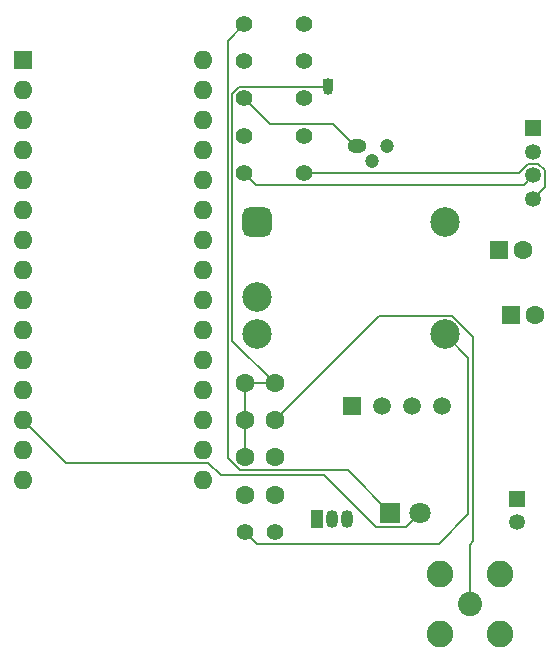
<source format=gbr>
%TF.GenerationSoftware,KiCad,Pcbnew,9.0.4*%
%TF.CreationDate,2026-01-27T05:13:48+01:00*%
%TF.ProjectId,weather station,77656174-6865-4722-9073-746174696f6e,rev?*%
%TF.SameCoordinates,Original*%
%TF.FileFunction,Copper,L3,Inr*%
%TF.FilePolarity,Positive*%
%FSLAX46Y46*%
G04 Gerber Fmt 4.6, Leading zero omitted, Abs format (unit mm)*
G04 Created by KiCad (PCBNEW 9.0.4) date 2026-01-27 05:13:48*
%MOMM*%
%LPD*%
G01*
G04 APERTURE LIST*
G04 Aperture macros list*
%AMRoundRect*
0 Rectangle with rounded corners*
0 $1 Rounding radius*
0 $2 $3 $4 $5 $6 $7 $8 $9 X,Y pos of 4 corners*
0 Add a 4 corners polygon primitive as box body*
4,1,4,$2,$3,$4,$5,$6,$7,$8,$9,$2,$3,0*
0 Add four circle primitives for the rounded corners*
1,1,$1+$1,$2,$3*
1,1,$1+$1,$4,$5*
1,1,$1+$1,$6,$7*
1,1,$1+$1,$8,$9*
0 Add four rect primitives between the rounded corners*
20,1,$1+$1,$2,$3,$4,$5,0*
20,1,$1+$1,$4,$5,$6,$7,0*
20,1,$1+$1,$6,$7,$8,$9,0*
20,1,$1+$1,$8,$9,$2,$3,0*%
G04 Aperture macros list end*
%TA.AperFunction,ComponentPad*%
%ADD10C,1.600000*%
%TD*%
%TA.AperFunction,ComponentPad*%
%ADD11C,1.400000*%
%TD*%
%TA.AperFunction,ComponentPad*%
%ADD12R,1.350000X1.350000*%
%TD*%
%TA.AperFunction,ComponentPad*%
%ADD13C,1.350000*%
%TD*%
%TA.AperFunction,ComponentPad*%
%ADD14R,1.050000X1.500000*%
%TD*%
%TA.AperFunction,ComponentPad*%
%ADD15O,1.050000X1.500000*%
%TD*%
%TA.AperFunction,ComponentPad*%
%ADD16R,1.600000X1.600000*%
%TD*%
%TA.AperFunction,ComponentPad*%
%ADD17O,1.600000X1.600000*%
%TD*%
%TA.AperFunction,ComponentPad*%
%ADD18O,1.600000X1.200000*%
%TD*%
%TA.AperFunction,ComponentPad*%
%ADD19C,1.200000*%
%TD*%
%TA.AperFunction,ComponentPad*%
%ADD20R,1.800000X1.800000*%
%TD*%
%TA.AperFunction,ComponentPad*%
%ADD21C,1.800000*%
%TD*%
%TA.AperFunction,ComponentPad*%
%ADD22R,0.850000X0.850000*%
%TD*%
%TA.AperFunction,ComponentPad*%
%ADD23C,0.850000*%
%TD*%
%TA.AperFunction,ComponentPad*%
%ADD24C,2.050000*%
%TD*%
%TA.AperFunction,ComponentPad*%
%ADD25C,2.250000*%
%TD*%
%TA.AperFunction,ComponentPad*%
%ADD26R,1.500000X1.500000*%
%TD*%
%TA.AperFunction,ComponentPad*%
%ADD27C,1.500000*%
%TD*%
%TA.AperFunction,ComponentPad*%
%ADD28RoundRect,0.625000X-0.625000X-0.625000X0.625000X-0.625000X0.625000X0.625000X-0.625000X0.625000X0*%
%TD*%
%TA.AperFunction,ComponentPad*%
%ADD29C,2.500000*%
%TD*%
%TA.AperFunction,ComponentPad*%
%ADD30RoundRect,0.250000X-0.550000X-0.550000X0.550000X-0.550000X0.550000X0.550000X-0.550000X0.550000X0*%
%TD*%
%TA.AperFunction,Conductor*%
%ADD31C,0.200000*%
%TD*%
G04 APERTURE END LIST*
D10*
%TO.N,Net-(J6-Pin_1)*%
%TO.C,C5*%
X80520000Y-62600000D03*
%TO.N,GND*%
X83020000Y-62600000D03*
%TD*%
D11*
%TO.N,A+*%
%TO.C,R7*%
X80420000Y-38500000D03*
%TO.N,B-*%
X85500000Y-38500000D03*
%TD*%
D12*
%TO.N,+12V*%
%TO.C,BT1*%
X103500000Y-66100000D03*
D13*
%TO.N,GND*%
X103500000Y-68100000D03*
%TD*%
D11*
%TO.N,Net-(D1-K)*%
%TO.C,R2*%
X80420000Y-25900000D03*
%TO.N,GND*%
X85500000Y-25900000D03*
%TD*%
D14*
%TO.N,Net-(J6-Pin_1)*%
%TO.C,Q2*%
X86580000Y-67830000D03*
D15*
%TO.N,Net-(Q2-B)*%
X87850000Y-67830000D03*
%TO.N,GND*%
X89120000Y-67830000D03*
%TD*%
D11*
%TO.N,Net-(Q1-B)*%
%TO.C,R5*%
X80420000Y-32200000D03*
%TO.N,Net-(A1-+5V)*%
X85500000Y-32200000D03*
%TD*%
D10*
%TO.N,Net-(J6-Pin_1)*%
%TO.C,C4*%
X80520000Y-59450000D03*
%TO.N,Net-(AE1-A)*%
X83020000Y-59450000D03*
%TD*%
D16*
%TO.N,unconnected-(A1-TX1-Pad1)*%
%TO.C,A1*%
X61670000Y-28910000D03*
D17*
%TO.N,unconnected-(A1-RX1-Pad2)*%
X61670000Y-31450000D03*
%TO.N,unconnected-(A1-~{RESET}-Pad3)*%
X61670000Y-33990000D03*
%TO.N,GND*%
X61670000Y-36530000D03*
%TO.N,unconnected-(A1-D2-Pad5)*%
X61670000Y-39070000D03*
%TO.N,Net-(A1-D3)*%
X61670000Y-41610000D03*
%TO.N,Net-(A1-D4)*%
X61670000Y-44150000D03*
%TO.N,unconnected-(A1-D5-Pad8)*%
X61670000Y-46690000D03*
%TO.N,unconnected-(A1-D6-Pad9)*%
X61670000Y-49230000D03*
%TO.N,unconnected-(A1-D7-Pad10)*%
X61670000Y-51770000D03*
%TO.N,Net-(A1-D8)*%
X61670000Y-54310000D03*
%TO.N,Net-(A1-D9)*%
X61670000Y-56850000D03*
%TO.N,Net-(A1-D10)*%
X61670000Y-59390000D03*
%TO.N,unconnected-(A1-MOSI-Pad14)*%
X61670000Y-61930000D03*
%TO.N,unconnected-(A1-MISO-Pad15)*%
X61670000Y-64470000D03*
%TO.N,unconnected-(A1-SCK-Pad16)*%
X76910000Y-64470000D03*
%TO.N,unconnected-(A1-3V3-Pad17)*%
X76910000Y-61930000D03*
%TO.N,unconnected-(A1-AREF-Pad18)*%
X76910000Y-59390000D03*
%TO.N,unconnected-(A1-A0-Pad19)*%
X76910000Y-56850000D03*
%TO.N,unconnected-(A1-A1-Pad20)*%
X76910000Y-54310000D03*
%TO.N,unconnected-(A1-A2-Pad21)*%
X76910000Y-51770000D03*
%TO.N,unconnected-(A1-A3-Pad22)*%
X76910000Y-49230000D03*
%TO.N,unconnected-(A1-SDA{slash}A4-Pad23)*%
X76910000Y-46690000D03*
%TO.N,unconnected-(A1-SCL{slash}A5-Pad24)*%
X76910000Y-44150000D03*
%TO.N,unconnected-(A1-A6-Pad25)*%
X76910000Y-41610000D03*
%TO.N,unconnected-(A1-A7-Pad26)*%
X76910000Y-39070000D03*
%TO.N,Net-(A1-+5V)*%
X76910000Y-36530000D03*
%TO.N,unconnected-(A1-~{RESET}-Pad28)*%
X76910000Y-33990000D03*
%TO.N,GND*%
X76910000Y-31450000D03*
%TO.N,unconnected-(A1-VIN-Pad30)*%
X76910000Y-28910000D03*
%TD*%
D18*
%TO.N,Net-(Q1-B)*%
%TO.C,Y1*%
X89960000Y-36221961D03*
D19*
%TO.N,GND*%
X91230000Y-37491961D03*
X92500000Y-36221961D03*
%TD*%
D11*
%TO.N,Net-(Q2-B)*%
%TO.C,R6*%
X80420000Y-35350000D03*
%TO.N,Net-(A1-D3)*%
X85500000Y-35350000D03*
%TD*%
%TO.N,Net-(U1-Vo_Adj)*%
%TO.C,R1*%
X80520000Y-68900000D03*
%TO.N,GND*%
X83060000Y-68900000D03*
%TD*%
%TO.N,Net-(A1-D4)*%
%TO.C,R3*%
X80420000Y-29050000D03*
%TO.N,Net-(A1-+5V)*%
X85500000Y-29050000D03*
%TD*%
D20*
%TO.N,Net-(D1-K)*%
%TO.C,D1*%
X92780000Y-67310000D03*
D21*
%TO.N,Net-(A1-D10)*%
X95320000Y-67310000D03*
%TD*%
D22*
%TO.N,Net-(J6-Pin_1)*%
%TO.C,J6*%
X87500000Y-31000000D03*
D23*
X87500000Y-31500000D03*
%TD*%
D12*
%TO.N,+12V*%
%TO.C,J4*%
X104880000Y-34700000D03*
D13*
%TO.N,GND*%
X104880000Y-36700000D03*
%TO.N,A+*%
X104880000Y-38700000D03*
%TO.N,B-*%
X104880000Y-40700000D03*
%TD*%
D24*
%TO.N,Net-(AE1-A)*%
%TO.C,AE1*%
X99500000Y-75000000D03*
D25*
%TO.N,GND*%
X96960000Y-77540000D03*
X102040000Y-77540000D03*
X96960000Y-72460000D03*
X102040000Y-72460000D03*
%TD*%
D10*
%TO.N,Net-(J6-Pin_1)*%
%TO.C,C3*%
X80520000Y-56300000D03*
X83020000Y-56300000D03*
%TD*%
D26*
%TO.N,Net-(A1-+5V)*%
%TO.C,U3*%
X89510000Y-58250000D03*
D27*
%TO.N,Net-(A1-D4)*%
X92050000Y-58250000D03*
%TO.N,GND*%
X94590000Y-58250000D03*
X97130000Y-58250000D03*
%TD*%
D28*
%TO.N,GND*%
%TO.C,U1*%
X81500000Y-42640000D03*
D29*
%TO.N,+12V*%
X81500000Y-48990000D03*
%TO.N,unconnected-(U1-~{Inhibit}-Pad3)*%
X81500000Y-52160000D03*
%TO.N,Net-(U1-Vo_Adj)*%
X97390000Y-52160000D03*
%TO.N,Net-(A1-+5V)*%
X97380000Y-42640000D03*
%TD*%
D30*
%TO.N,Net-(A1-+5V)*%
%TO.C,C2*%
X103044888Y-50500000D03*
D10*
%TO.N,GND*%
X105044888Y-50500000D03*
%TD*%
D30*
%TO.N,+12V*%
%TO.C,C1*%
X102000000Y-45000000D03*
D10*
%TO.N,GND*%
X104000000Y-45000000D03*
%TD*%
%TO.N,+12V*%
%TO.C,C6*%
X80520000Y-65750000D03*
%TO.N,GND*%
X83020000Y-65750000D03*
%TD*%
D31*
%TO.N,GND*%
X104880000Y-36700000D02*
X105481040Y-36700000D01*
%TO.N,Net-(A1-D10)*%
X94119000Y-68511000D02*
X91579000Y-68511000D01*
X77366050Y-63031000D02*
X65311000Y-63031000D01*
X95320000Y-67310000D02*
X94119000Y-68511000D01*
X87170000Y-64102000D02*
X78437050Y-64102000D01*
X78437050Y-64102000D02*
X77366050Y-63031000D01*
X91579000Y-68511000D02*
X87170000Y-64102000D01*
X65311000Y-63031000D02*
X61670000Y-59390000D01*
%TO.N,Net-(Q1-B)*%
X87935078Y-34349000D02*
X82569000Y-34349000D01*
X82569000Y-34349000D02*
X80420000Y-32200000D01*
X89823922Y-36237844D02*
X87935078Y-34349000D01*
%TO.N,Net-(U1-Vo_Adj)*%
X99386000Y-67400720D02*
X96885720Y-69901000D01*
X96885720Y-69901000D02*
X81521000Y-69901000D01*
X99386000Y-54156000D02*
X99386000Y-67400720D01*
X97390000Y-52160000D02*
X99386000Y-54156000D01*
X81521000Y-69901000D02*
X80520000Y-68900000D01*
%TO.N,A+*%
X81421000Y-39501000D02*
X80420000Y-38500000D01*
X104079000Y-39501000D02*
X104880000Y-38700000D01*
X104105720Y-39501000D02*
X104000000Y-39501000D01*
X104000000Y-39501000D02*
X104079000Y-39501000D01*
X104000000Y-39501000D02*
X81421000Y-39501000D01*
%TO.N,B-*%
X105284273Y-37724000D02*
X104475727Y-37724000D01*
X104475727Y-37724000D02*
X103699727Y-38500000D01*
X104880000Y-40700000D02*
X105856000Y-39724000D01*
X105856000Y-38295727D02*
X105284273Y-37724000D01*
X105856000Y-39724000D02*
X105856000Y-38295727D01*
X103699727Y-38500000D02*
X85500000Y-38500000D01*
%TO.N,Net-(AE1-A)*%
X99787000Y-52363554D02*
X98032446Y-50609000D01*
X91861000Y-50609000D02*
X83020000Y-59450000D01*
X98032446Y-50609000D02*
X91861000Y-50609000D01*
X99787000Y-69713000D02*
X99787000Y-52363554D01*
X99500000Y-75000000D02*
X99500000Y-70000000D01*
X99500000Y-70000000D02*
X99787000Y-69713000D01*
%TO.N,Net-(D1-K)*%
X80063950Y-63701000D02*
X79018000Y-62655050D01*
X92780000Y-67310000D02*
X89171000Y-63701000D01*
X79018000Y-27302000D02*
X80420000Y-25900000D01*
X89171000Y-63701000D02*
X80063950Y-63701000D01*
X79018000Y-62655050D02*
X79018000Y-27302000D01*
%TO.N,Net-(J6-Pin_1)*%
X87500000Y-31500000D02*
X87500000Y-31000000D01*
X87199000Y-31199000D02*
X87500000Y-31500000D01*
X87000000Y-31199000D02*
X87199000Y-31199000D01*
X87500000Y-31500000D02*
X87500000Y-30500000D01*
X79419000Y-31785372D02*
X79419000Y-52699000D01*
X79419000Y-52699000D02*
X83020000Y-56300000D01*
X87301000Y-31199000D02*
X87000000Y-31199000D01*
X80520000Y-56300000D02*
X80520000Y-62600000D01*
X80520000Y-56300000D02*
X83020000Y-56300000D01*
X87000000Y-31199000D02*
X80005372Y-31199000D01*
X80005372Y-31199000D02*
X79419000Y-31785372D01*
%TD*%
M02*

</source>
